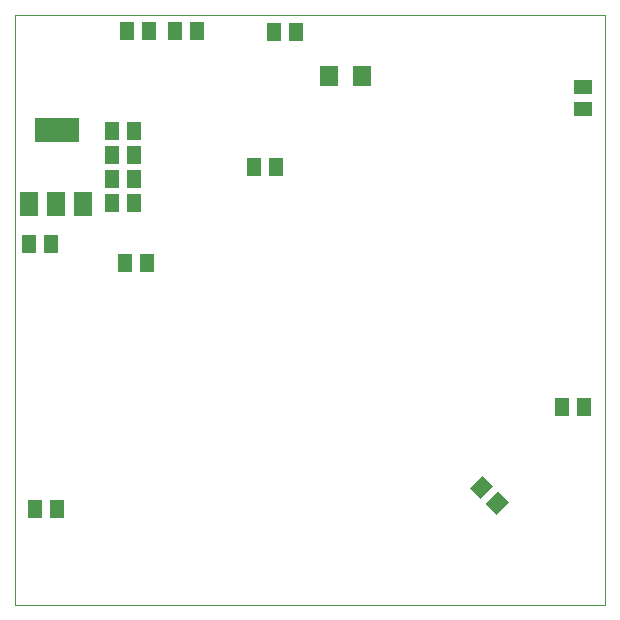
<source format=gbp>
G75*
%MOIN*%
%OFA0B0*%
%FSLAX25Y25*%
%IPPOS*%
%LPD*%
%AMOC8*
5,1,8,0,0,1.08239X$1,22.5*
%
%ADD10C,0.00000*%
%ADD11R,0.06299X0.07098*%
%ADD12R,0.05118X0.05906*%
%ADD13R,0.05906X0.05118*%
%ADD14R,0.05900X0.07900*%
%ADD15R,0.15000X0.07900*%
D10*
X0034331Y0035000D02*
X0034331Y0231850D01*
X0231181Y0231850D01*
X0231181Y0035000D01*
X0034331Y0035000D01*
D11*
X0139000Y0211484D03*
X0150197Y0211484D03*
D12*
X0128071Y0226000D03*
X0120591Y0226000D03*
X0095071Y0226500D03*
X0087591Y0226500D03*
X0079071Y0226500D03*
X0071591Y0226500D03*
X0074071Y0193000D03*
X0066591Y0193000D03*
X0066591Y0185000D03*
X0074071Y0185000D03*
X0074071Y0177000D03*
X0066591Y0177000D03*
X0066591Y0169000D03*
X0074071Y0169000D03*
X0071091Y0149000D03*
X0078571Y0149000D03*
X0046571Y0155500D03*
X0039091Y0155500D03*
X0114091Y0181000D03*
X0121571Y0181000D03*
X0216591Y0101000D03*
X0224071Y0101000D03*
G36*
X0195546Y0072924D02*
X0199165Y0069305D01*
X0194990Y0065130D01*
X0191371Y0068749D01*
X0195546Y0072924D01*
G37*
G36*
X0190257Y0078213D02*
X0193876Y0074594D01*
X0189701Y0070419D01*
X0186082Y0074038D01*
X0190257Y0078213D01*
G37*
X0048571Y0067000D03*
X0041091Y0067000D03*
D13*
X0223831Y0200260D03*
X0223831Y0207740D03*
D14*
X0057231Y0168600D03*
X0048231Y0168600D03*
X0039231Y0168600D03*
D15*
X0048331Y0193400D03*
M02*

</source>
